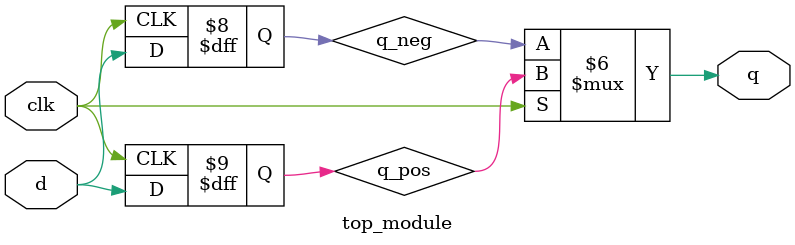
<source format=sv>
module top_module(
    input clk,
    input d,
    output reg q
);
    reg q_pos, q_neg;

    always @(posedge clk) begin
        q_pos <= d;
    end

    always @(negedge clk) begin
        q_neg <= d;
    end

    always @(*) begin
        if (clk == 1)
            q = q_pos;
        else
            q = q_neg;
    end

endmodule

</source>
